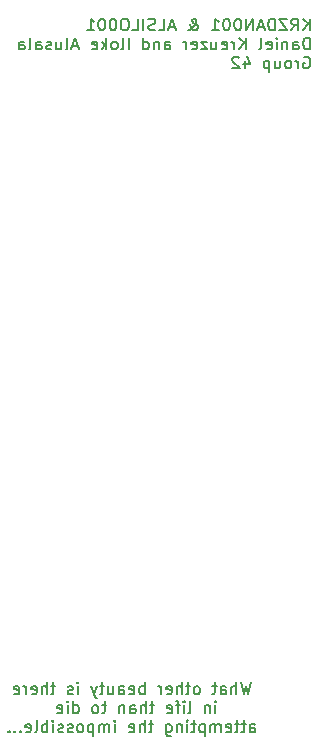
<source format=gbr>
%TF.GenerationSoftware,KiCad,Pcbnew,9.0.0*%
%TF.CreationDate,2025-05-16T05:55:15+02:00*%
%TF.ProjectId,EEE3088F Micromouse Design,45454533-3038-4384-9620-4d6963726f6d,rev?*%
%TF.SameCoordinates,Original*%
%TF.FileFunction,Legend,Bot*%
%TF.FilePolarity,Positive*%
%FSLAX46Y46*%
G04 Gerber Fmt 4.6, Leading zero omitted, Abs format (unit mm)*
G04 Created by KiCad (PCBNEW 9.0.0) date 2025-05-16 05:55:15*
%MOMM*%
%LPD*%
G01*
G04 APERTURE LIST*
G04 Aperture macros list*
%AMRoundRect*
0 Rectangle with rounded corners*
0 $1 Rounding radius*
0 $2 $3 $4 $5 $6 $7 $8 $9 X,Y pos of 4 corners*
0 Add a 4 corners polygon primitive as box body*
4,1,4,$2,$3,$4,$5,$6,$7,$8,$9,$2,$3,0*
0 Add four circle primitives for the rounded corners*
1,1,$1+$1,$2,$3*
1,1,$1+$1,$4,$5*
1,1,$1+$1,$6,$7*
1,1,$1+$1,$8,$9*
0 Add four rect primitives between the rounded corners*
20,1,$1+$1,$2,$3,$4,$5,0*
20,1,$1+$1,$4,$5,$6,$7,0*
20,1,$1+$1,$6,$7,$8,$9,0*
20,1,$1+$1,$8,$9,$2,$3,0*%
G04 Aperture macros list end*
%ADD10C,0.150000*%
%ADD11RoundRect,0.250000X-0.625000X0.350000X-0.625000X-0.350000X0.625000X-0.350000X0.625000X0.350000X0*%
%ADD12O,1.750000X1.200000*%
%ADD13R,2.000000X3.000000*%
%ADD14R,1.700000X1.700000*%
%ADD15O,1.700000X1.700000*%
%ADD16C,0.600000*%
%ADD17O,0.900000X2.000000*%
%ADD18O,0.900000X1.700000*%
G04 APERTURE END LIST*
D10*
X102077476Y-130323931D02*
X101839381Y-131323931D01*
X101839381Y-131323931D02*
X101648905Y-130609645D01*
X101648905Y-130609645D02*
X101458429Y-131323931D01*
X101458429Y-131323931D02*
X101220334Y-130323931D01*
X100839381Y-131323931D02*
X100839381Y-130323931D01*
X100410810Y-131323931D02*
X100410810Y-130800121D01*
X100410810Y-130800121D02*
X100458429Y-130704883D01*
X100458429Y-130704883D02*
X100553667Y-130657264D01*
X100553667Y-130657264D02*
X100696524Y-130657264D01*
X100696524Y-130657264D02*
X100791762Y-130704883D01*
X100791762Y-130704883D02*
X100839381Y-130752502D01*
X99506048Y-131323931D02*
X99506048Y-130800121D01*
X99506048Y-130800121D02*
X99553667Y-130704883D01*
X99553667Y-130704883D02*
X99648905Y-130657264D01*
X99648905Y-130657264D02*
X99839381Y-130657264D01*
X99839381Y-130657264D02*
X99934619Y-130704883D01*
X99506048Y-131276312D02*
X99601286Y-131323931D01*
X99601286Y-131323931D02*
X99839381Y-131323931D01*
X99839381Y-131323931D02*
X99934619Y-131276312D01*
X99934619Y-131276312D02*
X99982238Y-131181073D01*
X99982238Y-131181073D02*
X99982238Y-131085835D01*
X99982238Y-131085835D02*
X99934619Y-130990597D01*
X99934619Y-130990597D02*
X99839381Y-130942978D01*
X99839381Y-130942978D02*
X99601286Y-130942978D01*
X99601286Y-130942978D02*
X99506048Y-130895359D01*
X99172714Y-130657264D02*
X98791762Y-130657264D01*
X99029857Y-130323931D02*
X99029857Y-131181073D01*
X99029857Y-131181073D02*
X98982238Y-131276312D01*
X98982238Y-131276312D02*
X98887000Y-131323931D01*
X98887000Y-131323931D02*
X98791762Y-131323931D01*
X97553666Y-131323931D02*
X97648904Y-131276312D01*
X97648904Y-131276312D02*
X97696523Y-131228692D01*
X97696523Y-131228692D02*
X97744142Y-131133454D01*
X97744142Y-131133454D02*
X97744142Y-130847740D01*
X97744142Y-130847740D02*
X97696523Y-130752502D01*
X97696523Y-130752502D02*
X97648904Y-130704883D01*
X97648904Y-130704883D02*
X97553666Y-130657264D01*
X97553666Y-130657264D02*
X97410809Y-130657264D01*
X97410809Y-130657264D02*
X97315571Y-130704883D01*
X97315571Y-130704883D02*
X97267952Y-130752502D01*
X97267952Y-130752502D02*
X97220333Y-130847740D01*
X97220333Y-130847740D02*
X97220333Y-131133454D01*
X97220333Y-131133454D02*
X97267952Y-131228692D01*
X97267952Y-131228692D02*
X97315571Y-131276312D01*
X97315571Y-131276312D02*
X97410809Y-131323931D01*
X97410809Y-131323931D02*
X97553666Y-131323931D01*
X96934618Y-130657264D02*
X96553666Y-130657264D01*
X96791761Y-130323931D02*
X96791761Y-131181073D01*
X96791761Y-131181073D02*
X96744142Y-131276312D01*
X96744142Y-131276312D02*
X96648904Y-131323931D01*
X96648904Y-131323931D02*
X96553666Y-131323931D01*
X96220332Y-131323931D02*
X96220332Y-130323931D01*
X95791761Y-131323931D02*
X95791761Y-130800121D01*
X95791761Y-130800121D02*
X95839380Y-130704883D01*
X95839380Y-130704883D02*
X95934618Y-130657264D01*
X95934618Y-130657264D02*
X96077475Y-130657264D01*
X96077475Y-130657264D02*
X96172713Y-130704883D01*
X96172713Y-130704883D02*
X96220332Y-130752502D01*
X94934618Y-131276312D02*
X95029856Y-131323931D01*
X95029856Y-131323931D02*
X95220332Y-131323931D01*
X95220332Y-131323931D02*
X95315570Y-131276312D01*
X95315570Y-131276312D02*
X95363189Y-131181073D01*
X95363189Y-131181073D02*
X95363189Y-130800121D01*
X95363189Y-130800121D02*
X95315570Y-130704883D01*
X95315570Y-130704883D02*
X95220332Y-130657264D01*
X95220332Y-130657264D02*
X95029856Y-130657264D01*
X95029856Y-130657264D02*
X94934618Y-130704883D01*
X94934618Y-130704883D02*
X94886999Y-130800121D01*
X94886999Y-130800121D02*
X94886999Y-130895359D01*
X94886999Y-130895359D02*
X95363189Y-130990597D01*
X94458427Y-131323931D02*
X94458427Y-130657264D01*
X94458427Y-130847740D02*
X94410808Y-130752502D01*
X94410808Y-130752502D02*
X94363189Y-130704883D01*
X94363189Y-130704883D02*
X94267951Y-130657264D01*
X94267951Y-130657264D02*
X94172713Y-130657264D01*
X93077474Y-131323931D02*
X93077474Y-130323931D01*
X93077474Y-130704883D02*
X92982236Y-130657264D01*
X92982236Y-130657264D02*
X92791760Y-130657264D01*
X92791760Y-130657264D02*
X92696522Y-130704883D01*
X92696522Y-130704883D02*
X92648903Y-130752502D01*
X92648903Y-130752502D02*
X92601284Y-130847740D01*
X92601284Y-130847740D02*
X92601284Y-131133454D01*
X92601284Y-131133454D02*
X92648903Y-131228692D01*
X92648903Y-131228692D02*
X92696522Y-131276312D01*
X92696522Y-131276312D02*
X92791760Y-131323931D01*
X92791760Y-131323931D02*
X92982236Y-131323931D01*
X92982236Y-131323931D02*
X93077474Y-131276312D01*
X91791760Y-131276312D02*
X91886998Y-131323931D01*
X91886998Y-131323931D02*
X92077474Y-131323931D01*
X92077474Y-131323931D02*
X92172712Y-131276312D01*
X92172712Y-131276312D02*
X92220331Y-131181073D01*
X92220331Y-131181073D02*
X92220331Y-130800121D01*
X92220331Y-130800121D02*
X92172712Y-130704883D01*
X92172712Y-130704883D02*
X92077474Y-130657264D01*
X92077474Y-130657264D02*
X91886998Y-130657264D01*
X91886998Y-130657264D02*
X91791760Y-130704883D01*
X91791760Y-130704883D02*
X91744141Y-130800121D01*
X91744141Y-130800121D02*
X91744141Y-130895359D01*
X91744141Y-130895359D02*
X92220331Y-130990597D01*
X90886998Y-131323931D02*
X90886998Y-130800121D01*
X90886998Y-130800121D02*
X90934617Y-130704883D01*
X90934617Y-130704883D02*
X91029855Y-130657264D01*
X91029855Y-130657264D02*
X91220331Y-130657264D01*
X91220331Y-130657264D02*
X91315569Y-130704883D01*
X90886998Y-131276312D02*
X90982236Y-131323931D01*
X90982236Y-131323931D02*
X91220331Y-131323931D01*
X91220331Y-131323931D02*
X91315569Y-131276312D01*
X91315569Y-131276312D02*
X91363188Y-131181073D01*
X91363188Y-131181073D02*
X91363188Y-131085835D01*
X91363188Y-131085835D02*
X91315569Y-130990597D01*
X91315569Y-130990597D02*
X91220331Y-130942978D01*
X91220331Y-130942978D02*
X90982236Y-130942978D01*
X90982236Y-130942978D02*
X90886998Y-130895359D01*
X89982236Y-130657264D02*
X89982236Y-131323931D01*
X90410807Y-130657264D02*
X90410807Y-131181073D01*
X90410807Y-131181073D02*
X90363188Y-131276312D01*
X90363188Y-131276312D02*
X90267950Y-131323931D01*
X90267950Y-131323931D02*
X90125093Y-131323931D01*
X90125093Y-131323931D02*
X90029855Y-131276312D01*
X90029855Y-131276312D02*
X89982236Y-131228692D01*
X89648902Y-130657264D02*
X89267950Y-130657264D01*
X89506045Y-130323931D02*
X89506045Y-131181073D01*
X89506045Y-131181073D02*
X89458426Y-131276312D01*
X89458426Y-131276312D02*
X89363188Y-131323931D01*
X89363188Y-131323931D02*
X89267950Y-131323931D01*
X89029854Y-130657264D02*
X88791759Y-131323931D01*
X88553664Y-130657264D02*
X88791759Y-131323931D01*
X88791759Y-131323931D02*
X88886997Y-131562026D01*
X88886997Y-131562026D02*
X88934616Y-131609645D01*
X88934616Y-131609645D02*
X89029854Y-131657264D01*
X87410806Y-131323931D02*
X87410806Y-130657264D01*
X87410806Y-130323931D02*
X87458425Y-130371550D01*
X87458425Y-130371550D02*
X87410806Y-130419169D01*
X87410806Y-130419169D02*
X87363187Y-130371550D01*
X87363187Y-130371550D02*
X87410806Y-130323931D01*
X87410806Y-130323931D02*
X87410806Y-130419169D01*
X86982235Y-131276312D02*
X86886997Y-131323931D01*
X86886997Y-131323931D02*
X86696521Y-131323931D01*
X86696521Y-131323931D02*
X86601283Y-131276312D01*
X86601283Y-131276312D02*
X86553664Y-131181073D01*
X86553664Y-131181073D02*
X86553664Y-131133454D01*
X86553664Y-131133454D02*
X86601283Y-131038216D01*
X86601283Y-131038216D02*
X86696521Y-130990597D01*
X86696521Y-130990597D02*
X86839378Y-130990597D01*
X86839378Y-130990597D02*
X86934616Y-130942978D01*
X86934616Y-130942978D02*
X86982235Y-130847740D01*
X86982235Y-130847740D02*
X86982235Y-130800121D01*
X86982235Y-130800121D02*
X86934616Y-130704883D01*
X86934616Y-130704883D02*
X86839378Y-130657264D01*
X86839378Y-130657264D02*
X86696521Y-130657264D01*
X86696521Y-130657264D02*
X86601283Y-130704883D01*
X85506044Y-130657264D02*
X85125092Y-130657264D01*
X85363187Y-130323931D02*
X85363187Y-131181073D01*
X85363187Y-131181073D02*
X85315568Y-131276312D01*
X85315568Y-131276312D02*
X85220330Y-131323931D01*
X85220330Y-131323931D02*
X85125092Y-131323931D01*
X84791758Y-131323931D02*
X84791758Y-130323931D01*
X84363187Y-131323931D02*
X84363187Y-130800121D01*
X84363187Y-130800121D02*
X84410806Y-130704883D01*
X84410806Y-130704883D02*
X84506044Y-130657264D01*
X84506044Y-130657264D02*
X84648901Y-130657264D01*
X84648901Y-130657264D02*
X84744139Y-130704883D01*
X84744139Y-130704883D02*
X84791758Y-130752502D01*
X83506044Y-131276312D02*
X83601282Y-131323931D01*
X83601282Y-131323931D02*
X83791758Y-131323931D01*
X83791758Y-131323931D02*
X83886996Y-131276312D01*
X83886996Y-131276312D02*
X83934615Y-131181073D01*
X83934615Y-131181073D02*
X83934615Y-130800121D01*
X83934615Y-130800121D02*
X83886996Y-130704883D01*
X83886996Y-130704883D02*
X83791758Y-130657264D01*
X83791758Y-130657264D02*
X83601282Y-130657264D01*
X83601282Y-130657264D02*
X83506044Y-130704883D01*
X83506044Y-130704883D02*
X83458425Y-130800121D01*
X83458425Y-130800121D02*
X83458425Y-130895359D01*
X83458425Y-130895359D02*
X83934615Y-130990597D01*
X83029853Y-131323931D02*
X83029853Y-130657264D01*
X83029853Y-130847740D02*
X82982234Y-130752502D01*
X82982234Y-130752502D02*
X82934615Y-130704883D01*
X82934615Y-130704883D02*
X82839377Y-130657264D01*
X82839377Y-130657264D02*
X82744139Y-130657264D01*
X82029853Y-131276312D02*
X82125091Y-131323931D01*
X82125091Y-131323931D02*
X82315567Y-131323931D01*
X82315567Y-131323931D02*
X82410805Y-131276312D01*
X82410805Y-131276312D02*
X82458424Y-131181073D01*
X82458424Y-131181073D02*
X82458424Y-130800121D01*
X82458424Y-130800121D02*
X82410805Y-130704883D01*
X82410805Y-130704883D02*
X82315567Y-130657264D01*
X82315567Y-130657264D02*
X82125091Y-130657264D01*
X82125091Y-130657264D02*
X82029853Y-130704883D01*
X82029853Y-130704883D02*
X81982234Y-130800121D01*
X81982234Y-130800121D02*
X81982234Y-130895359D01*
X81982234Y-130895359D02*
X82458424Y-130990597D01*
X99077475Y-132933875D02*
X99077475Y-132267208D01*
X99077475Y-131933875D02*
X99125094Y-131981494D01*
X99125094Y-131981494D02*
X99077475Y-132029113D01*
X99077475Y-132029113D02*
X99029856Y-131981494D01*
X99029856Y-131981494D02*
X99077475Y-131933875D01*
X99077475Y-131933875D02*
X99077475Y-132029113D01*
X98601285Y-132267208D02*
X98601285Y-132933875D01*
X98601285Y-132362446D02*
X98553666Y-132314827D01*
X98553666Y-132314827D02*
X98458428Y-132267208D01*
X98458428Y-132267208D02*
X98315571Y-132267208D01*
X98315571Y-132267208D02*
X98220333Y-132314827D01*
X98220333Y-132314827D02*
X98172714Y-132410065D01*
X98172714Y-132410065D02*
X98172714Y-132933875D01*
X96791761Y-132933875D02*
X96886999Y-132886256D01*
X96886999Y-132886256D02*
X96934618Y-132791017D01*
X96934618Y-132791017D02*
X96934618Y-131933875D01*
X96410808Y-132933875D02*
X96410808Y-132267208D01*
X96410808Y-131933875D02*
X96458427Y-131981494D01*
X96458427Y-131981494D02*
X96410808Y-132029113D01*
X96410808Y-132029113D02*
X96363189Y-131981494D01*
X96363189Y-131981494D02*
X96410808Y-131933875D01*
X96410808Y-131933875D02*
X96410808Y-132029113D01*
X96077475Y-132267208D02*
X95696523Y-132267208D01*
X95934618Y-132933875D02*
X95934618Y-132076732D01*
X95934618Y-132076732D02*
X95886999Y-131981494D01*
X95886999Y-131981494D02*
X95791761Y-131933875D01*
X95791761Y-131933875D02*
X95696523Y-131933875D01*
X94982237Y-132886256D02*
X95077475Y-132933875D01*
X95077475Y-132933875D02*
X95267951Y-132933875D01*
X95267951Y-132933875D02*
X95363189Y-132886256D01*
X95363189Y-132886256D02*
X95410808Y-132791017D01*
X95410808Y-132791017D02*
X95410808Y-132410065D01*
X95410808Y-132410065D02*
X95363189Y-132314827D01*
X95363189Y-132314827D02*
X95267951Y-132267208D01*
X95267951Y-132267208D02*
X95077475Y-132267208D01*
X95077475Y-132267208D02*
X94982237Y-132314827D01*
X94982237Y-132314827D02*
X94934618Y-132410065D01*
X94934618Y-132410065D02*
X94934618Y-132505303D01*
X94934618Y-132505303D02*
X95410808Y-132600541D01*
X93886998Y-132267208D02*
X93506046Y-132267208D01*
X93744141Y-131933875D02*
X93744141Y-132791017D01*
X93744141Y-132791017D02*
X93696522Y-132886256D01*
X93696522Y-132886256D02*
X93601284Y-132933875D01*
X93601284Y-132933875D02*
X93506046Y-132933875D01*
X93172712Y-132933875D02*
X93172712Y-131933875D01*
X92744141Y-132933875D02*
X92744141Y-132410065D01*
X92744141Y-132410065D02*
X92791760Y-132314827D01*
X92791760Y-132314827D02*
X92886998Y-132267208D01*
X92886998Y-132267208D02*
X93029855Y-132267208D01*
X93029855Y-132267208D02*
X93125093Y-132314827D01*
X93125093Y-132314827D02*
X93172712Y-132362446D01*
X91839379Y-132933875D02*
X91839379Y-132410065D01*
X91839379Y-132410065D02*
X91886998Y-132314827D01*
X91886998Y-132314827D02*
X91982236Y-132267208D01*
X91982236Y-132267208D02*
X92172712Y-132267208D01*
X92172712Y-132267208D02*
X92267950Y-132314827D01*
X91839379Y-132886256D02*
X91934617Y-132933875D01*
X91934617Y-132933875D02*
X92172712Y-132933875D01*
X92172712Y-132933875D02*
X92267950Y-132886256D01*
X92267950Y-132886256D02*
X92315569Y-132791017D01*
X92315569Y-132791017D02*
X92315569Y-132695779D01*
X92315569Y-132695779D02*
X92267950Y-132600541D01*
X92267950Y-132600541D02*
X92172712Y-132552922D01*
X92172712Y-132552922D02*
X91934617Y-132552922D01*
X91934617Y-132552922D02*
X91839379Y-132505303D01*
X91363188Y-132267208D02*
X91363188Y-132933875D01*
X91363188Y-132362446D02*
X91315569Y-132314827D01*
X91315569Y-132314827D02*
X91220331Y-132267208D01*
X91220331Y-132267208D02*
X91077474Y-132267208D01*
X91077474Y-132267208D02*
X90982236Y-132314827D01*
X90982236Y-132314827D02*
X90934617Y-132410065D01*
X90934617Y-132410065D02*
X90934617Y-132933875D01*
X89839378Y-132267208D02*
X89458426Y-132267208D01*
X89696521Y-131933875D02*
X89696521Y-132791017D01*
X89696521Y-132791017D02*
X89648902Y-132886256D01*
X89648902Y-132886256D02*
X89553664Y-132933875D01*
X89553664Y-132933875D02*
X89458426Y-132933875D01*
X88982235Y-132933875D02*
X89077473Y-132886256D01*
X89077473Y-132886256D02*
X89125092Y-132838636D01*
X89125092Y-132838636D02*
X89172711Y-132743398D01*
X89172711Y-132743398D02*
X89172711Y-132457684D01*
X89172711Y-132457684D02*
X89125092Y-132362446D01*
X89125092Y-132362446D02*
X89077473Y-132314827D01*
X89077473Y-132314827D02*
X88982235Y-132267208D01*
X88982235Y-132267208D02*
X88839378Y-132267208D01*
X88839378Y-132267208D02*
X88744140Y-132314827D01*
X88744140Y-132314827D02*
X88696521Y-132362446D01*
X88696521Y-132362446D02*
X88648902Y-132457684D01*
X88648902Y-132457684D02*
X88648902Y-132743398D01*
X88648902Y-132743398D02*
X88696521Y-132838636D01*
X88696521Y-132838636D02*
X88744140Y-132886256D01*
X88744140Y-132886256D02*
X88839378Y-132933875D01*
X88839378Y-132933875D02*
X88982235Y-132933875D01*
X87029854Y-132933875D02*
X87029854Y-131933875D01*
X87029854Y-132886256D02*
X87125092Y-132933875D01*
X87125092Y-132933875D02*
X87315568Y-132933875D01*
X87315568Y-132933875D02*
X87410806Y-132886256D01*
X87410806Y-132886256D02*
X87458425Y-132838636D01*
X87458425Y-132838636D02*
X87506044Y-132743398D01*
X87506044Y-132743398D02*
X87506044Y-132457684D01*
X87506044Y-132457684D02*
X87458425Y-132362446D01*
X87458425Y-132362446D02*
X87410806Y-132314827D01*
X87410806Y-132314827D02*
X87315568Y-132267208D01*
X87315568Y-132267208D02*
X87125092Y-132267208D01*
X87125092Y-132267208D02*
X87029854Y-132314827D01*
X86553663Y-132933875D02*
X86553663Y-132267208D01*
X86553663Y-131933875D02*
X86601282Y-131981494D01*
X86601282Y-131981494D02*
X86553663Y-132029113D01*
X86553663Y-132029113D02*
X86506044Y-131981494D01*
X86506044Y-131981494D02*
X86553663Y-131933875D01*
X86553663Y-131933875D02*
X86553663Y-132029113D01*
X85696521Y-132886256D02*
X85791759Y-132933875D01*
X85791759Y-132933875D02*
X85982235Y-132933875D01*
X85982235Y-132933875D02*
X86077473Y-132886256D01*
X86077473Y-132886256D02*
X86125092Y-132791017D01*
X86125092Y-132791017D02*
X86125092Y-132410065D01*
X86125092Y-132410065D02*
X86077473Y-132314827D01*
X86077473Y-132314827D02*
X85982235Y-132267208D01*
X85982235Y-132267208D02*
X85791759Y-132267208D01*
X85791759Y-132267208D02*
X85696521Y-132314827D01*
X85696521Y-132314827D02*
X85648902Y-132410065D01*
X85648902Y-132410065D02*
X85648902Y-132505303D01*
X85648902Y-132505303D02*
X86125092Y-132600541D01*
X101982236Y-134543819D02*
X101982236Y-134020009D01*
X101982236Y-134020009D02*
X102029855Y-133924771D01*
X102029855Y-133924771D02*
X102125093Y-133877152D01*
X102125093Y-133877152D02*
X102315569Y-133877152D01*
X102315569Y-133877152D02*
X102410807Y-133924771D01*
X101982236Y-134496200D02*
X102077474Y-134543819D01*
X102077474Y-134543819D02*
X102315569Y-134543819D01*
X102315569Y-134543819D02*
X102410807Y-134496200D01*
X102410807Y-134496200D02*
X102458426Y-134400961D01*
X102458426Y-134400961D02*
X102458426Y-134305723D01*
X102458426Y-134305723D02*
X102410807Y-134210485D01*
X102410807Y-134210485D02*
X102315569Y-134162866D01*
X102315569Y-134162866D02*
X102077474Y-134162866D01*
X102077474Y-134162866D02*
X101982236Y-134115247D01*
X101648902Y-133877152D02*
X101267950Y-133877152D01*
X101506045Y-133543819D02*
X101506045Y-134400961D01*
X101506045Y-134400961D02*
X101458426Y-134496200D01*
X101458426Y-134496200D02*
X101363188Y-134543819D01*
X101363188Y-134543819D02*
X101267950Y-134543819D01*
X101077473Y-133877152D02*
X100696521Y-133877152D01*
X100934616Y-133543819D02*
X100934616Y-134400961D01*
X100934616Y-134400961D02*
X100886997Y-134496200D01*
X100886997Y-134496200D02*
X100791759Y-134543819D01*
X100791759Y-134543819D02*
X100696521Y-134543819D01*
X99982235Y-134496200D02*
X100077473Y-134543819D01*
X100077473Y-134543819D02*
X100267949Y-134543819D01*
X100267949Y-134543819D02*
X100363187Y-134496200D01*
X100363187Y-134496200D02*
X100410806Y-134400961D01*
X100410806Y-134400961D02*
X100410806Y-134020009D01*
X100410806Y-134020009D02*
X100363187Y-133924771D01*
X100363187Y-133924771D02*
X100267949Y-133877152D01*
X100267949Y-133877152D02*
X100077473Y-133877152D01*
X100077473Y-133877152D02*
X99982235Y-133924771D01*
X99982235Y-133924771D02*
X99934616Y-134020009D01*
X99934616Y-134020009D02*
X99934616Y-134115247D01*
X99934616Y-134115247D02*
X100410806Y-134210485D01*
X99506044Y-134543819D02*
X99506044Y-133877152D01*
X99506044Y-133972390D02*
X99458425Y-133924771D01*
X99458425Y-133924771D02*
X99363187Y-133877152D01*
X99363187Y-133877152D02*
X99220330Y-133877152D01*
X99220330Y-133877152D02*
X99125092Y-133924771D01*
X99125092Y-133924771D02*
X99077473Y-134020009D01*
X99077473Y-134020009D02*
X99077473Y-134543819D01*
X99077473Y-134020009D02*
X99029854Y-133924771D01*
X99029854Y-133924771D02*
X98934616Y-133877152D01*
X98934616Y-133877152D02*
X98791759Y-133877152D01*
X98791759Y-133877152D02*
X98696520Y-133924771D01*
X98696520Y-133924771D02*
X98648901Y-134020009D01*
X98648901Y-134020009D02*
X98648901Y-134543819D01*
X98172711Y-133877152D02*
X98172711Y-134877152D01*
X98172711Y-133924771D02*
X98077473Y-133877152D01*
X98077473Y-133877152D02*
X97886997Y-133877152D01*
X97886997Y-133877152D02*
X97791759Y-133924771D01*
X97791759Y-133924771D02*
X97744140Y-133972390D01*
X97744140Y-133972390D02*
X97696521Y-134067628D01*
X97696521Y-134067628D02*
X97696521Y-134353342D01*
X97696521Y-134353342D02*
X97744140Y-134448580D01*
X97744140Y-134448580D02*
X97791759Y-134496200D01*
X97791759Y-134496200D02*
X97886997Y-134543819D01*
X97886997Y-134543819D02*
X98077473Y-134543819D01*
X98077473Y-134543819D02*
X98172711Y-134496200D01*
X97410806Y-133877152D02*
X97029854Y-133877152D01*
X97267949Y-133543819D02*
X97267949Y-134400961D01*
X97267949Y-134400961D02*
X97220330Y-134496200D01*
X97220330Y-134496200D02*
X97125092Y-134543819D01*
X97125092Y-134543819D02*
X97029854Y-134543819D01*
X96696520Y-134543819D02*
X96696520Y-133877152D01*
X96696520Y-133543819D02*
X96744139Y-133591438D01*
X96744139Y-133591438D02*
X96696520Y-133639057D01*
X96696520Y-133639057D02*
X96648901Y-133591438D01*
X96648901Y-133591438D02*
X96696520Y-133543819D01*
X96696520Y-133543819D02*
X96696520Y-133639057D01*
X96220330Y-133877152D02*
X96220330Y-134543819D01*
X96220330Y-133972390D02*
X96172711Y-133924771D01*
X96172711Y-133924771D02*
X96077473Y-133877152D01*
X96077473Y-133877152D02*
X95934616Y-133877152D01*
X95934616Y-133877152D02*
X95839378Y-133924771D01*
X95839378Y-133924771D02*
X95791759Y-134020009D01*
X95791759Y-134020009D02*
X95791759Y-134543819D01*
X94886997Y-133877152D02*
X94886997Y-134686676D01*
X94886997Y-134686676D02*
X94934616Y-134781914D01*
X94934616Y-134781914D02*
X94982235Y-134829533D01*
X94982235Y-134829533D02*
X95077473Y-134877152D01*
X95077473Y-134877152D02*
X95220330Y-134877152D01*
X95220330Y-134877152D02*
X95315568Y-134829533D01*
X94886997Y-134496200D02*
X94982235Y-134543819D01*
X94982235Y-134543819D02*
X95172711Y-134543819D01*
X95172711Y-134543819D02*
X95267949Y-134496200D01*
X95267949Y-134496200D02*
X95315568Y-134448580D01*
X95315568Y-134448580D02*
X95363187Y-134353342D01*
X95363187Y-134353342D02*
X95363187Y-134067628D01*
X95363187Y-134067628D02*
X95315568Y-133972390D01*
X95315568Y-133972390D02*
X95267949Y-133924771D01*
X95267949Y-133924771D02*
X95172711Y-133877152D01*
X95172711Y-133877152D02*
X94982235Y-133877152D01*
X94982235Y-133877152D02*
X94886997Y-133924771D01*
X93791758Y-133877152D02*
X93410806Y-133877152D01*
X93648901Y-133543819D02*
X93648901Y-134400961D01*
X93648901Y-134400961D02*
X93601282Y-134496200D01*
X93601282Y-134496200D02*
X93506044Y-134543819D01*
X93506044Y-134543819D02*
X93410806Y-134543819D01*
X93077472Y-134543819D02*
X93077472Y-133543819D01*
X92648901Y-134543819D02*
X92648901Y-134020009D01*
X92648901Y-134020009D02*
X92696520Y-133924771D01*
X92696520Y-133924771D02*
X92791758Y-133877152D01*
X92791758Y-133877152D02*
X92934615Y-133877152D01*
X92934615Y-133877152D02*
X93029853Y-133924771D01*
X93029853Y-133924771D02*
X93077472Y-133972390D01*
X91791758Y-134496200D02*
X91886996Y-134543819D01*
X91886996Y-134543819D02*
X92077472Y-134543819D01*
X92077472Y-134543819D02*
X92172710Y-134496200D01*
X92172710Y-134496200D02*
X92220329Y-134400961D01*
X92220329Y-134400961D02*
X92220329Y-134020009D01*
X92220329Y-134020009D02*
X92172710Y-133924771D01*
X92172710Y-133924771D02*
X92077472Y-133877152D01*
X92077472Y-133877152D02*
X91886996Y-133877152D01*
X91886996Y-133877152D02*
X91791758Y-133924771D01*
X91791758Y-133924771D02*
X91744139Y-134020009D01*
X91744139Y-134020009D02*
X91744139Y-134115247D01*
X91744139Y-134115247D02*
X92220329Y-134210485D01*
X90553662Y-134543819D02*
X90553662Y-133877152D01*
X90553662Y-133543819D02*
X90601281Y-133591438D01*
X90601281Y-133591438D02*
X90553662Y-133639057D01*
X90553662Y-133639057D02*
X90506043Y-133591438D01*
X90506043Y-133591438D02*
X90553662Y-133543819D01*
X90553662Y-133543819D02*
X90553662Y-133639057D01*
X90077472Y-134543819D02*
X90077472Y-133877152D01*
X90077472Y-133972390D02*
X90029853Y-133924771D01*
X90029853Y-133924771D02*
X89934615Y-133877152D01*
X89934615Y-133877152D02*
X89791758Y-133877152D01*
X89791758Y-133877152D02*
X89696520Y-133924771D01*
X89696520Y-133924771D02*
X89648901Y-134020009D01*
X89648901Y-134020009D02*
X89648901Y-134543819D01*
X89648901Y-134020009D02*
X89601282Y-133924771D01*
X89601282Y-133924771D02*
X89506044Y-133877152D01*
X89506044Y-133877152D02*
X89363187Y-133877152D01*
X89363187Y-133877152D02*
X89267948Y-133924771D01*
X89267948Y-133924771D02*
X89220329Y-134020009D01*
X89220329Y-134020009D02*
X89220329Y-134543819D01*
X88744139Y-133877152D02*
X88744139Y-134877152D01*
X88744139Y-133924771D02*
X88648901Y-133877152D01*
X88648901Y-133877152D02*
X88458425Y-133877152D01*
X88458425Y-133877152D02*
X88363187Y-133924771D01*
X88363187Y-133924771D02*
X88315568Y-133972390D01*
X88315568Y-133972390D02*
X88267949Y-134067628D01*
X88267949Y-134067628D02*
X88267949Y-134353342D01*
X88267949Y-134353342D02*
X88315568Y-134448580D01*
X88315568Y-134448580D02*
X88363187Y-134496200D01*
X88363187Y-134496200D02*
X88458425Y-134543819D01*
X88458425Y-134543819D02*
X88648901Y-134543819D01*
X88648901Y-134543819D02*
X88744139Y-134496200D01*
X87696520Y-134543819D02*
X87791758Y-134496200D01*
X87791758Y-134496200D02*
X87839377Y-134448580D01*
X87839377Y-134448580D02*
X87886996Y-134353342D01*
X87886996Y-134353342D02*
X87886996Y-134067628D01*
X87886996Y-134067628D02*
X87839377Y-133972390D01*
X87839377Y-133972390D02*
X87791758Y-133924771D01*
X87791758Y-133924771D02*
X87696520Y-133877152D01*
X87696520Y-133877152D02*
X87553663Y-133877152D01*
X87553663Y-133877152D02*
X87458425Y-133924771D01*
X87458425Y-133924771D02*
X87410806Y-133972390D01*
X87410806Y-133972390D02*
X87363187Y-134067628D01*
X87363187Y-134067628D02*
X87363187Y-134353342D01*
X87363187Y-134353342D02*
X87410806Y-134448580D01*
X87410806Y-134448580D02*
X87458425Y-134496200D01*
X87458425Y-134496200D02*
X87553663Y-134543819D01*
X87553663Y-134543819D02*
X87696520Y-134543819D01*
X86982234Y-134496200D02*
X86886996Y-134543819D01*
X86886996Y-134543819D02*
X86696520Y-134543819D01*
X86696520Y-134543819D02*
X86601282Y-134496200D01*
X86601282Y-134496200D02*
X86553663Y-134400961D01*
X86553663Y-134400961D02*
X86553663Y-134353342D01*
X86553663Y-134353342D02*
X86601282Y-134258104D01*
X86601282Y-134258104D02*
X86696520Y-134210485D01*
X86696520Y-134210485D02*
X86839377Y-134210485D01*
X86839377Y-134210485D02*
X86934615Y-134162866D01*
X86934615Y-134162866D02*
X86982234Y-134067628D01*
X86982234Y-134067628D02*
X86982234Y-134020009D01*
X86982234Y-134020009D02*
X86934615Y-133924771D01*
X86934615Y-133924771D02*
X86839377Y-133877152D01*
X86839377Y-133877152D02*
X86696520Y-133877152D01*
X86696520Y-133877152D02*
X86601282Y-133924771D01*
X86172710Y-134496200D02*
X86077472Y-134543819D01*
X86077472Y-134543819D02*
X85886996Y-134543819D01*
X85886996Y-134543819D02*
X85791758Y-134496200D01*
X85791758Y-134496200D02*
X85744139Y-134400961D01*
X85744139Y-134400961D02*
X85744139Y-134353342D01*
X85744139Y-134353342D02*
X85791758Y-134258104D01*
X85791758Y-134258104D02*
X85886996Y-134210485D01*
X85886996Y-134210485D02*
X86029853Y-134210485D01*
X86029853Y-134210485D02*
X86125091Y-134162866D01*
X86125091Y-134162866D02*
X86172710Y-134067628D01*
X86172710Y-134067628D02*
X86172710Y-134020009D01*
X86172710Y-134020009D02*
X86125091Y-133924771D01*
X86125091Y-133924771D02*
X86029853Y-133877152D01*
X86029853Y-133877152D02*
X85886996Y-133877152D01*
X85886996Y-133877152D02*
X85791758Y-133924771D01*
X85315567Y-134543819D02*
X85315567Y-133877152D01*
X85315567Y-133543819D02*
X85363186Y-133591438D01*
X85363186Y-133591438D02*
X85315567Y-133639057D01*
X85315567Y-133639057D02*
X85267948Y-133591438D01*
X85267948Y-133591438D02*
X85315567Y-133543819D01*
X85315567Y-133543819D02*
X85315567Y-133639057D01*
X84839377Y-134543819D02*
X84839377Y-133543819D01*
X84839377Y-133924771D02*
X84744139Y-133877152D01*
X84744139Y-133877152D02*
X84553663Y-133877152D01*
X84553663Y-133877152D02*
X84458425Y-133924771D01*
X84458425Y-133924771D02*
X84410806Y-133972390D01*
X84410806Y-133972390D02*
X84363187Y-134067628D01*
X84363187Y-134067628D02*
X84363187Y-134353342D01*
X84363187Y-134353342D02*
X84410806Y-134448580D01*
X84410806Y-134448580D02*
X84458425Y-134496200D01*
X84458425Y-134496200D02*
X84553663Y-134543819D01*
X84553663Y-134543819D02*
X84744139Y-134543819D01*
X84744139Y-134543819D02*
X84839377Y-134496200D01*
X83791758Y-134543819D02*
X83886996Y-134496200D01*
X83886996Y-134496200D02*
X83934615Y-134400961D01*
X83934615Y-134400961D02*
X83934615Y-133543819D01*
X83029853Y-134496200D02*
X83125091Y-134543819D01*
X83125091Y-134543819D02*
X83315567Y-134543819D01*
X83315567Y-134543819D02*
X83410805Y-134496200D01*
X83410805Y-134496200D02*
X83458424Y-134400961D01*
X83458424Y-134400961D02*
X83458424Y-134020009D01*
X83458424Y-134020009D02*
X83410805Y-133924771D01*
X83410805Y-133924771D02*
X83315567Y-133877152D01*
X83315567Y-133877152D02*
X83125091Y-133877152D01*
X83125091Y-133877152D02*
X83029853Y-133924771D01*
X83029853Y-133924771D02*
X82982234Y-134020009D01*
X82982234Y-134020009D02*
X82982234Y-134115247D01*
X82982234Y-134115247D02*
X83458424Y-134210485D01*
X82553662Y-134448580D02*
X82506043Y-134496200D01*
X82506043Y-134496200D02*
X82553662Y-134543819D01*
X82553662Y-134543819D02*
X82601281Y-134496200D01*
X82601281Y-134496200D02*
X82553662Y-134448580D01*
X82553662Y-134448580D02*
X82553662Y-134543819D01*
X82077472Y-134448580D02*
X82029853Y-134496200D01*
X82029853Y-134496200D02*
X82077472Y-134543819D01*
X82077472Y-134543819D02*
X82125091Y-134496200D01*
X82125091Y-134496200D02*
X82077472Y-134448580D01*
X82077472Y-134448580D02*
X82077472Y-134543819D01*
X81601282Y-134448580D02*
X81553663Y-134496200D01*
X81553663Y-134496200D02*
X81601282Y-134543819D01*
X81601282Y-134543819D02*
X81648901Y-134496200D01*
X81648901Y-134496200D02*
X81601282Y-134448580D01*
X81601282Y-134448580D02*
X81601282Y-134543819D01*
X107069266Y-75123973D02*
X107069266Y-74123973D01*
X106497838Y-75123973D02*
X106926409Y-74552544D01*
X106497838Y-74123973D02*
X107069266Y-74695401D01*
X105497838Y-75123973D02*
X105831171Y-74647782D01*
X106069266Y-75123973D02*
X106069266Y-74123973D01*
X106069266Y-74123973D02*
X105688314Y-74123973D01*
X105688314Y-74123973D02*
X105593076Y-74171592D01*
X105593076Y-74171592D02*
X105545457Y-74219211D01*
X105545457Y-74219211D02*
X105497838Y-74314449D01*
X105497838Y-74314449D02*
X105497838Y-74457306D01*
X105497838Y-74457306D02*
X105545457Y-74552544D01*
X105545457Y-74552544D02*
X105593076Y-74600163D01*
X105593076Y-74600163D02*
X105688314Y-74647782D01*
X105688314Y-74647782D02*
X106069266Y-74647782D01*
X105164504Y-74123973D02*
X104497838Y-74123973D01*
X104497838Y-74123973D02*
X105164504Y-75123973D01*
X105164504Y-75123973D02*
X104497838Y-75123973D01*
X104116885Y-75123973D02*
X104116885Y-74123973D01*
X104116885Y-74123973D02*
X103878790Y-74123973D01*
X103878790Y-74123973D02*
X103735933Y-74171592D01*
X103735933Y-74171592D02*
X103640695Y-74266830D01*
X103640695Y-74266830D02*
X103593076Y-74362068D01*
X103593076Y-74362068D02*
X103545457Y-74552544D01*
X103545457Y-74552544D02*
X103545457Y-74695401D01*
X103545457Y-74695401D02*
X103593076Y-74885877D01*
X103593076Y-74885877D02*
X103640695Y-74981115D01*
X103640695Y-74981115D02*
X103735933Y-75076354D01*
X103735933Y-75076354D02*
X103878790Y-75123973D01*
X103878790Y-75123973D02*
X104116885Y-75123973D01*
X103164504Y-74838258D02*
X102688314Y-74838258D01*
X103259742Y-75123973D02*
X102926409Y-74123973D01*
X102926409Y-74123973D02*
X102593076Y-75123973D01*
X102259742Y-75123973D02*
X102259742Y-74123973D01*
X102259742Y-74123973D02*
X101688314Y-75123973D01*
X101688314Y-75123973D02*
X101688314Y-74123973D01*
X101021647Y-74123973D02*
X100926409Y-74123973D01*
X100926409Y-74123973D02*
X100831171Y-74171592D01*
X100831171Y-74171592D02*
X100783552Y-74219211D01*
X100783552Y-74219211D02*
X100735933Y-74314449D01*
X100735933Y-74314449D02*
X100688314Y-74504925D01*
X100688314Y-74504925D02*
X100688314Y-74743020D01*
X100688314Y-74743020D02*
X100735933Y-74933496D01*
X100735933Y-74933496D02*
X100783552Y-75028734D01*
X100783552Y-75028734D02*
X100831171Y-75076354D01*
X100831171Y-75076354D02*
X100926409Y-75123973D01*
X100926409Y-75123973D02*
X101021647Y-75123973D01*
X101021647Y-75123973D02*
X101116885Y-75076354D01*
X101116885Y-75076354D02*
X101164504Y-75028734D01*
X101164504Y-75028734D02*
X101212123Y-74933496D01*
X101212123Y-74933496D02*
X101259742Y-74743020D01*
X101259742Y-74743020D02*
X101259742Y-74504925D01*
X101259742Y-74504925D02*
X101212123Y-74314449D01*
X101212123Y-74314449D02*
X101164504Y-74219211D01*
X101164504Y-74219211D02*
X101116885Y-74171592D01*
X101116885Y-74171592D02*
X101021647Y-74123973D01*
X100069266Y-74123973D02*
X99974028Y-74123973D01*
X99974028Y-74123973D02*
X99878790Y-74171592D01*
X99878790Y-74171592D02*
X99831171Y-74219211D01*
X99831171Y-74219211D02*
X99783552Y-74314449D01*
X99783552Y-74314449D02*
X99735933Y-74504925D01*
X99735933Y-74504925D02*
X99735933Y-74743020D01*
X99735933Y-74743020D02*
X99783552Y-74933496D01*
X99783552Y-74933496D02*
X99831171Y-75028734D01*
X99831171Y-75028734D02*
X99878790Y-75076354D01*
X99878790Y-75076354D02*
X99974028Y-75123973D01*
X99974028Y-75123973D02*
X100069266Y-75123973D01*
X100069266Y-75123973D02*
X100164504Y-75076354D01*
X100164504Y-75076354D02*
X100212123Y-75028734D01*
X100212123Y-75028734D02*
X100259742Y-74933496D01*
X100259742Y-74933496D02*
X100307361Y-74743020D01*
X100307361Y-74743020D02*
X100307361Y-74504925D01*
X100307361Y-74504925D02*
X100259742Y-74314449D01*
X100259742Y-74314449D02*
X100212123Y-74219211D01*
X100212123Y-74219211D02*
X100164504Y-74171592D01*
X100164504Y-74171592D02*
X100069266Y-74123973D01*
X98783552Y-75123973D02*
X99354980Y-75123973D01*
X99069266Y-75123973D02*
X99069266Y-74123973D01*
X99069266Y-74123973D02*
X99164504Y-74266830D01*
X99164504Y-74266830D02*
X99259742Y-74362068D01*
X99259742Y-74362068D02*
X99354980Y-74409687D01*
X96783551Y-75123973D02*
X96831171Y-75123973D01*
X96831171Y-75123973D02*
X96926409Y-75076354D01*
X96926409Y-75076354D02*
X97069266Y-74933496D01*
X97069266Y-74933496D02*
X97307361Y-74647782D01*
X97307361Y-74647782D02*
X97402599Y-74504925D01*
X97402599Y-74504925D02*
X97450218Y-74362068D01*
X97450218Y-74362068D02*
X97450218Y-74266830D01*
X97450218Y-74266830D02*
X97402599Y-74171592D01*
X97402599Y-74171592D02*
X97307361Y-74123973D01*
X97307361Y-74123973D02*
X97259742Y-74123973D01*
X97259742Y-74123973D02*
X97164504Y-74171592D01*
X97164504Y-74171592D02*
X97116885Y-74266830D01*
X97116885Y-74266830D02*
X97116885Y-74314449D01*
X97116885Y-74314449D02*
X97164504Y-74409687D01*
X97164504Y-74409687D02*
X97212123Y-74457306D01*
X97212123Y-74457306D02*
X97497837Y-74647782D01*
X97497837Y-74647782D02*
X97545456Y-74695401D01*
X97545456Y-74695401D02*
X97593075Y-74790639D01*
X97593075Y-74790639D02*
X97593075Y-74933496D01*
X97593075Y-74933496D02*
X97545456Y-75028734D01*
X97545456Y-75028734D02*
X97497837Y-75076354D01*
X97497837Y-75076354D02*
X97402599Y-75123973D01*
X97402599Y-75123973D02*
X97259742Y-75123973D01*
X97259742Y-75123973D02*
X97164504Y-75076354D01*
X97164504Y-75076354D02*
X97116885Y-75028734D01*
X97116885Y-75028734D02*
X96974028Y-74838258D01*
X96974028Y-74838258D02*
X96926409Y-74695401D01*
X96926409Y-74695401D02*
X96926409Y-74600163D01*
X95640694Y-74838258D02*
X95164504Y-74838258D01*
X95735932Y-75123973D02*
X95402599Y-74123973D01*
X95402599Y-74123973D02*
X95069266Y-75123973D01*
X94259742Y-75123973D02*
X94735932Y-75123973D01*
X94735932Y-75123973D02*
X94735932Y-74123973D01*
X93974027Y-75076354D02*
X93831170Y-75123973D01*
X93831170Y-75123973D02*
X93593075Y-75123973D01*
X93593075Y-75123973D02*
X93497837Y-75076354D01*
X93497837Y-75076354D02*
X93450218Y-75028734D01*
X93450218Y-75028734D02*
X93402599Y-74933496D01*
X93402599Y-74933496D02*
X93402599Y-74838258D01*
X93402599Y-74838258D02*
X93450218Y-74743020D01*
X93450218Y-74743020D02*
X93497837Y-74695401D01*
X93497837Y-74695401D02*
X93593075Y-74647782D01*
X93593075Y-74647782D02*
X93783551Y-74600163D01*
X93783551Y-74600163D02*
X93878789Y-74552544D01*
X93878789Y-74552544D02*
X93926408Y-74504925D01*
X93926408Y-74504925D02*
X93974027Y-74409687D01*
X93974027Y-74409687D02*
X93974027Y-74314449D01*
X93974027Y-74314449D02*
X93926408Y-74219211D01*
X93926408Y-74219211D02*
X93878789Y-74171592D01*
X93878789Y-74171592D02*
X93783551Y-74123973D01*
X93783551Y-74123973D02*
X93545456Y-74123973D01*
X93545456Y-74123973D02*
X93402599Y-74171592D01*
X92974027Y-75123973D02*
X92974027Y-74123973D01*
X92021647Y-75123973D02*
X92497837Y-75123973D01*
X92497837Y-75123973D02*
X92497837Y-74123973D01*
X91497837Y-74123973D02*
X91307361Y-74123973D01*
X91307361Y-74123973D02*
X91212123Y-74171592D01*
X91212123Y-74171592D02*
X91116885Y-74266830D01*
X91116885Y-74266830D02*
X91069266Y-74457306D01*
X91069266Y-74457306D02*
X91069266Y-74790639D01*
X91069266Y-74790639D02*
X91116885Y-74981115D01*
X91116885Y-74981115D02*
X91212123Y-75076354D01*
X91212123Y-75076354D02*
X91307361Y-75123973D01*
X91307361Y-75123973D02*
X91497837Y-75123973D01*
X91497837Y-75123973D02*
X91593075Y-75076354D01*
X91593075Y-75076354D02*
X91688313Y-74981115D01*
X91688313Y-74981115D02*
X91735932Y-74790639D01*
X91735932Y-74790639D02*
X91735932Y-74457306D01*
X91735932Y-74457306D02*
X91688313Y-74266830D01*
X91688313Y-74266830D02*
X91593075Y-74171592D01*
X91593075Y-74171592D02*
X91497837Y-74123973D01*
X90450218Y-74123973D02*
X90354980Y-74123973D01*
X90354980Y-74123973D02*
X90259742Y-74171592D01*
X90259742Y-74171592D02*
X90212123Y-74219211D01*
X90212123Y-74219211D02*
X90164504Y-74314449D01*
X90164504Y-74314449D02*
X90116885Y-74504925D01*
X90116885Y-74504925D02*
X90116885Y-74743020D01*
X90116885Y-74743020D02*
X90164504Y-74933496D01*
X90164504Y-74933496D02*
X90212123Y-75028734D01*
X90212123Y-75028734D02*
X90259742Y-75076354D01*
X90259742Y-75076354D02*
X90354980Y-75123973D01*
X90354980Y-75123973D02*
X90450218Y-75123973D01*
X90450218Y-75123973D02*
X90545456Y-75076354D01*
X90545456Y-75076354D02*
X90593075Y-75028734D01*
X90593075Y-75028734D02*
X90640694Y-74933496D01*
X90640694Y-74933496D02*
X90688313Y-74743020D01*
X90688313Y-74743020D02*
X90688313Y-74504925D01*
X90688313Y-74504925D02*
X90640694Y-74314449D01*
X90640694Y-74314449D02*
X90593075Y-74219211D01*
X90593075Y-74219211D02*
X90545456Y-74171592D01*
X90545456Y-74171592D02*
X90450218Y-74123973D01*
X89497837Y-74123973D02*
X89402599Y-74123973D01*
X89402599Y-74123973D02*
X89307361Y-74171592D01*
X89307361Y-74171592D02*
X89259742Y-74219211D01*
X89259742Y-74219211D02*
X89212123Y-74314449D01*
X89212123Y-74314449D02*
X89164504Y-74504925D01*
X89164504Y-74504925D02*
X89164504Y-74743020D01*
X89164504Y-74743020D02*
X89212123Y-74933496D01*
X89212123Y-74933496D02*
X89259742Y-75028734D01*
X89259742Y-75028734D02*
X89307361Y-75076354D01*
X89307361Y-75076354D02*
X89402599Y-75123973D01*
X89402599Y-75123973D02*
X89497837Y-75123973D01*
X89497837Y-75123973D02*
X89593075Y-75076354D01*
X89593075Y-75076354D02*
X89640694Y-75028734D01*
X89640694Y-75028734D02*
X89688313Y-74933496D01*
X89688313Y-74933496D02*
X89735932Y-74743020D01*
X89735932Y-74743020D02*
X89735932Y-74504925D01*
X89735932Y-74504925D02*
X89688313Y-74314449D01*
X89688313Y-74314449D02*
X89640694Y-74219211D01*
X89640694Y-74219211D02*
X89593075Y-74171592D01*
X89593075Y-74171592D02*
X89497837Y-74123973D01*
X88212123Y-75123973D02*
X88783551Y-75123973D01*
X88497837Y-75123973D02*
X88497837Y-74123973D01*
X88497837Y-74123973D02*
X88593075Y-74266830D01*
X88593075Y-74266830D02*
X88688313Y-74362068D01*
X88688313Y-74362068D02*
X88783551Y-74409687D01*
X107069266Y-76733917D02*
X107069266Y-75733917D01*
X107069266Y-75733917D02*
X106831171Y-75733917D01*
X106831171Y-75733917D02*
X106688314Y-75781536D01*
X106688314Y-75781536D02*
X106593076Y-75876774D01*
X106593076Y-75876774D02*
X106545457Y-75972012D01*
X106545457Y-75972012D02*
X106497838Y-76162488D01*
X106497838Y-76162488D02*
X106497838Y-76305345D01*
X106497838Y-76305345D02*
X106545457Y-76495821D01*
X106545457Y-76495821D02*
X106593076Y-76591059D01*
X106593076Y-76591059D02*
X106688314Y-76686298D01*
X106688314Y-76686298D02*
X106831171Y-76733917D01*
X106831171Y-76733917D02*
X107069266Y-76733917D01*
X105640695Y-76733917D02*
X105640695Y-76210107D01*
X105640695Y-76210107D02*
X105688314Y-76114869D01*
X105688314Y-76114869D02*
X105783552Y-76067250D01*
X105783552Y-76067250D02*
X105974028Y-76067250D01*
X105974028Y-76067250D02*
X106069266Y-76114869D01*
X105640695Y-76686298D02*
X105735933Y-76733917D01*
X105735933Y-76733917D02*
X105974028Y-76733917D01*
X105974028Y-76733917D02*
X106069266Y-76686298D01*
X106069266Y-76686298D02*
X106116885Y-76591059D01*
X106116885Y-76591059D02*
X106116885Y-76495821D01*
X106116885Y-76495821D02*
X106069266Y-76400583D01*
X106069266Y-76400583D02*
X105974028Y-76352964D01*
X105974028Y-76352964D02*
X105735933Y-76352964D01*
X105735933Y-76352964D02*
X105640695Y-76305345D01*
X105164504Y-76067250D02*
X105164504Y-76733917D01*
X105164504Y-76162488D02*
X105116885Y-76114869D01*
X105116885Y-76114869D02*
X105021647Y-76067250D01*
X105021647Y-76067250D02*
X104878790Y-76067250D01*
X104878790Y-76067250D02*
X104783552Y-76114869D01*
X104783552Y-76114869D02*
X104735933Y-76210107D01*
X104735933Y-76210107D02*
X104735933Y-76733917D01*
X104259742Y-76733917D02*
X104259742Y-76067250D01*
X104259742Y-75733917D02*
X104307361Y-75781536D01*
X104307361Y-75781536D02*
X104259742Y-75829155D01*
X104259742Y-75829155D02*
X104212123Y-75781536D01*
X104212123Y-75781536D02*
X104259742Y-75733917D01*
X104259742Y-75733917D02*
X104259742Y-75829155D01*
X103402600Y-76686298D02*
X103497838Y-76733917D01*
X103497838Y-76733917D02*
X103688314Y-76733917D01*
X103688314Y-76733917D02*
X103783552Y-76686298D01*
X103783552Y-76686298D02*
X103831171Y-76591059D01*
X103831171Y-76591059D02*
X103831171Y-76210107D01*
X103831171Y-76210107D02*
X103783552Y-76114869D01*
X103783552Y-76114869D02*
X103688314Y-76067250D01*
X103688314Y-76067250D02*
X103497838Y-76067250D01*
X103497838Y-76067250D02*
X103402600Y-76114869D01*
X103402600Y-76114869D02*
X103354981Y-76210107D01*
X103354981Y-76210107D02*
X103354981Y-76305345D01*
X103354981Y-76305345D02*
X103831171Y-76400583D01*
X102783552Y-76733917D02*
X102878790Y-76686298D01*
X102878790Y-76686298D02*
X102926409Y-76591059D01*
X102926409Y-76591059D02*
X102926409Y-75733917D01*
X101640694Y-76733917D02*
X101640694Y-75733917D01*
X101069266Y-76733917D02*
X101497837Y-76162488D01*
X101069266Y-75733917D02*
X101640694Y-76305345D01*
X100640694Y-76733917D02*
X100640694Y-76067250D01*
X100640694Y-76257726D02*
X100593075Y-76162488D01*
X100593075Y-76162488D02*
X100545456Y-76114869D01*
X100545456Y-76114869D02*
X100450218Y-76067250D01*
X100450218Y-76067250D02*
X100354980Y-76067250D01*
X99640694Y-76686298D02*
X99735932Y-76733917D01*
X99735932Y-76733917D02*
X99926408Y-76733917D01*
X99926408Y-76733917D02*
X100021646Y-76686298D01*
X100021646Y-76686298D02*
X100069265Y-76591059D01*
X100069265Y-76591059D02*
X100069265Y-76210107D01*
X100069265Y-76210107D02*
X100021646Y-76114869D01*
X100021646Y-76114869D02*
X99926408Y-76067250D01*
X99926408Y-76067250D02*
X99735932Y-76067250D01*
X99735932Y-76067250D02*
X99640694Y-76114869D01*
X99640694Y-76114869D02*
X99593075Y-76210107D01*
X99593075Y-76210107D02*
X99593075Y-76305345D01*
X99593075Y-76305345D02*
X100069265Y-76400583D01*
X98735932Y-76067250D02*
X98735932Y-76733917D01*
X99164503Y-76067250D02*
X99164503Y-76591059D01*
X99164503Y-76591059D02*
X99116884Y-76686298D01*
X99116884Y-76686298D02*
X99021646Y-76733917D01*
X99021646Y-76733917D02*
X98878789Y-76733917D01*
X98878789Y-76733917D02*
X98783551Y-76686298D01*
X98783551Y-76686298D02*
X98735932Y-76638678D01*
X98354979Y-76067250D02*
X97831170Y-76067250D01*
X97831170Y-76067250D02*
X98354979Y-76733917D01*
X98354979Y-76733917D02*
X97831170Y-76733917D01*
X97069265Y-76686298D02*
X97164503Y-76733917D01*
X97164503Y-76733917D02*
X97354979Y-76733917D01*
X97354979Y-76733917D02*
X97450217Y-76686298D01*
X97450217Y-76686298D02*
X97497836Y-76591059D01*
X97497836Y-76591059D02*
X97497836Y-76210107D01*
X97497836Y-76210107D02*
X97450217Y-76114869D01*
X97450217Y-76114869D02*
X97354979Y-76067250D01*
X97354979Y-76067250D02*
X97164503Y-76067250D01*
X97164503Y-76067250D02*
X97069265Y-76114869D01*
X97069265Y-76114869D02*
X97021646Y-76210107D01*
X97021646Y-76210107D02*
X97021646Y-76305345D01*
X97021646Y-76305345D02*
X97497836Y-76400583D01*
X96593074Y-76733917D02*
X96593074Y-76067250D01*
X96593074Y-76257726D02*
X96545455Y-76162488D01*
X96545455Y-76162488D02*
X96497836Y-76114869D01*
X96497836Y-76114869D02*
X96402598Y-76067250D01*
X96402598Y-76067250D02*
X96307360Y-76067250D01*
X94783550Y-76733917D02*
X94783550Y-76210107D01*
X94783550Y-76210107D02*
X94831169Y-76114869D01*
X94831169Y-76114869D02*
X94926407Y-76067250D01*
X94926407Y-76067250D02*
X95116883Y-76067250D01*
X95116883Y-76067250D02*
X95212121Y-76114869D01*
X94783550Y-76686298D02*
X94878788Y-76733917D01*
X94878788Y-76733917D02*
X95116883Y-76733917D01*
X95116883Y-76733917D02*
X95212121Y-76686298D01*
X95212121Y-76686298D02*
X95259740Y-76591059D01*
X95259740Y-76591059D02*
X95259740Y-76495821D01*
X95259740Y-76495821D02*
X95212121Y-76400583D01*
X95212121Y-76400583D02*
X95116883Y-76352964D01*
X95116883Y-76352964D02*
X94878788Y-76352964D01*
X94878788Y-76352964D02*
X94783550Y-76305345D01*
X94307359Y-76067250D02*
X94307359Y-76733917D01*
X94307359Y-76162488D02*
X94259740Y-76114869D01*
X94259740Y-76114869D02*
X94164502Y-76067250D01*
X94164502Y-76067250D02*
X94021645Y-76067250D01*
X94021645Y-76067250D02*
X93926407Y-76114869D01*
X93926407Y-76114869D02*
X93878788Y-76210107D01*
X93878788Y-76210107D02*
X93878788Y-76733917D01*
X92974026Y-76733917D02*
X92974026Y-75733917D01*
X92974026Y-76686298D02*
X93069264Y-76733917D01*
X93069264Y-76733917D02*
X93259740Y-76733917D01*
X93259740Y-76733917D02*
X93354978Y-76686298D01*
X93354978Y-76686298D02*
X93402597Y-76638678D01*
X93402597Y-76638678D02*
X93450216Y-76543440D01*
X93450216Y-76543440D02*
X93450216Y-76257726D01*
X93450216Y-76257726D02*
X93402597Y-76162488D01*
X93402597Y-76162488D02*
X93354978Y-76114869D01*
X93354978Y-76114869D02*
X93259740Y-76067250D01*
X93259740Y-76067250D02*
X93069264Y-76067250D01*
X93069264Y-76067250D02*
X92974026Y-76114869D01*
X91735930Y-76733917D02*
X91735930Y-75733917D01*
X91116883Y-76733917D02*
X91212121Y-76686298D01*
X91212121Y-76686298D02*
X91259740Y-76591059D01*
X91259740Y-76591059D02*
X91259740Y-75733917D01*
X90593073Y-76733917D02*
X90688311Y-76686298D01*
X90688311Y-76686298D02*
X90735930Y-76638678D01*
X90735930Y-76638678D02*
X90783549Y-76543440D01*
X90783549Y-76543440D02*
X90783549Y-76257726D01*
X90783549Y-76257726D02*
X90735930Y-76162488D01*
X90735930Y-76162488D02*
X90688311Y-76114869D01*
X90688311Y-76114869D02*
X90593073Y-76067250D01*
X90593073Y-76067250D02*
X90450216Y-76067250D01*
X90450216Y-76067250D02*
X90354978Y-76114869D01*
X90354978Y-76114869D02*
X90307359Y-76162488D01*
X90307359Y-76162488D02*
X90259740Y-76257726D01*
X90259740Y-76257726D02*
X90259740Y-76543440D01*
X90259740Y-76543440D02*
X90307359Y-76638678D01*
X90307359Y-76638678D02*
X90354978Y-76686298D01*
X90354978Y-76686298D02*
X90450216Y-76733917D01*
X90450216Y-76733917D02*
X90593073Y-76733917D01*
X89831168Y-76733917D02*
X89831168Y-75733917D01*
X89735930Y-76352964D02*
X89450216Y-76733917D01*
X89450216Y-76067250D02*
X89831168Y-76448202D01*
X88640692Y-76686298D02*
X88735930Y-76733917D01*
X88735930Y-76733917D02*
X88926406Y-76733917D01*
X88926406Y-76733917D02*
X89021644Y-76686298D01*
X89021644Y-76686298D02*
X89069263Y-76591059D01*
X89069263Y-76591059D02*
X89069263Y-76210107D01*
X89069263Y-76210107D02*
X89021644Y-76114869D01*
X89021644Y-76114869D02*
X88926406Y-76067250D01*
X88926406Y-76067250D02*
X88735930Y-76067250D01*
X88735930Y-76067250D02*
X88640692Y-76114869D01*
X88640692Y-76114869D02*
X88593073Y-76210107D01*
X88593073Y-76210107D02*
X88593073Y-76305345D01*
X88593073Y-76305345D02*
X89069263Y-76400583D01*
X87450215Y-76448202D02*
X86974025Y-76448202D01*
X87545453Y-76733917D02*
X87212120Y-75733917D01*
X87212120Y-75733917D02*
X86878787Y-76733917D01*
X86402596Y-76733917D02*
X86497834Y-76686298D01*
X86497834Y-76686298D02*
X86545453Y-76591059D01*
X86545453Y-76591059D02*
X86545453Y-75733917D01*
X85593072Y-76067250D02*
X85593072Y-76733917D01*
X86021643Y-76067250D02*
X86021643Y-76591059D01*
X86021643Y-76591059D02*
X85974024Y-76686298D01*
X85974024Y-76686298D02*
X85878786Y-76733917D01*
X85878786Y-76733917D02*
X85735929Y-76733917D01*
X85735929Y-76733917D02*
X85640691Y-76686298D01*
X85640691Y-76686298D02*
X85593072Y-76638678D01*
X85164500Y-76686298D02*
X85069262Y-76733917D01*
X85069262Y-76733917D02*
X84878786Y-76733917D01*
X84878786Y-76733917D02*
X84783548Y-76686298D01*
X84783548Y-76686298D02*
X84735929Y-76591059D01*
X84735929Y-76591059D02*
X84735929Y-76543440D01*
X84735929Y-76543440D02*
X84783548Y-76448202D01*
X84783548Y-76448202D02*
X84878786Y-76400583D01*
X84878786Y-76400583D02*
X85021643Y-76400583D01*
X85021643Y-76400583D02*
X85116881Y-76352964D01*
X85116881Y-76352964D02*
X85164500Y-76257726D01*
X85164500Y-76257726D02*
X85164500Y-76210107D01*
X85164500Y-76210107D02*
X85116881Y-76114869D01*
X85116881Y-76114869D02*
X85021643Y-76067250D01*
X85021643Y-76067250D02*
X84878786Y-76067250D01*
X84878786Y-76067250D02*
X84783548Y-76114869D01*
X83878786Y-76733917D02*
X83878786Y-76210107D01*
X83878786Y-76210107D02*
X83926405Y-76114869D01*
X83926405Y-76114869D02*
X84021643Y-76067250D01*
X84021643Y-76067250D02*
X84212119Y-76067250D01*
X84212119Y-76067250D02*
X84307357Y-76114869D01*
X83878786Y-76686298D02*
X83974024Y-76733917D01*
X83974024Y-76733917D02*
X84212119Y-76733917D01*
X84212119Y-76733917D02*
X84307357Y-76686298D01*
X84307357Y-76686298D02*
X84354976Y-76591059D01*
X84354976Y-76591059D02*
X84354976Y-76495821D01*
X84354976Y-76495821D02*
X84307357Y-76400583D01*
X84307357Y-76400583D02*
X84212119Y-76352964D01*
X84212119Y-76352964D02*
X83974024Y-76352964D01*
X83974024Y-76352964D02*
X83878786Y-76305345D01*
X83259738Y-76733917D02*
X83354976Y-76686298D01*
X83354976Y-76686298D02*
X83402595Y-76591059D01*
X83402595Y-76591059D02*
X83402595Y-75733917D01*
X82450214Y-76733917D02*
X82450214Y-76210107D01*
X82450214Y-76210107D02*
X82497833Y-76114869D01*
X82497833Y-76114869D02*
X82593071Y-76067250D01*
X82593071Y-76067250D02*
X82783547Y-76067250D01*
X82783547Y-76067250D02*
X82878785Y-76114869D01*
X82450214Y-76686298D02*
X82545452Y-76733917D01*
X82545452Y-76733917D02*
X82783547Y-76733917D01*
X82783547Y-76733917D02*
X82878785Y-76686298D01*
X82878785Y-76686298D02*
X82926404Y-76591059D01*
X82926404Y-76591059D02*
X82926404Y-76495821D01*
X82926404Y-76495821D02*
X82878785Y-76400583D01*
X82878785Y-76400583D02*
X82783547Y-76352964D01*
X82783547Y-76352964D02*
X82545452Y-76352964D01*
X82545452Y-76352964D02*
X82450214Y-76305345D01*
X106545457Y-77391480D02*
X106640695Y-77343861D01*
X106640695Y-77343861D02*
X106783552Y-77343861D01*
X106783552Y-77343861D02*
X106926409Y-77391480D01*
X106926409Y-77391480D02*
X107021647Y-77486718D01*
X107021647Y-77486718D02*
X107069266Y-77581956D01*
X107069266Y-77581956D02*
X107116885Y-77772432D01*
X107116885Y-77772432D02*
X107116885Y-77915289D01*
X107116885Y-77915289D02*
X107069266Y-78105765D01*
X107069266Y-78105765D02*
X107021647Y-78201003D01*
X107021647Y-78201003D02*
X106926409Y-78296242D01*
X106926409Y-78296242D02*
X106783552Y-78343861D01*
X106783552Y-78343861D02*
X106688314Y-78343861D01*
X106688314Y-78343861D02*
X106545457Y-78296242D01*
X106545457Y-78296242D02*
X106497838Y-78248622D01*
X106497838Y-78248622D02*
X106497838Y-77915289D01*
X106497838Y-77915289D02*
X106688314Y-77915289D01*
X106069266Y-78343861D02*
X106069266Y-77677194D01*
X106069266Y-77867670D02*
X106021647Y-77772432D01*
X106021647Y-77772432D02*
X105974028Y-77724813D01*
X105974028Y-77724813D02*
X105878790Y-77677194D01*
X105878790Y-77677194D02*
X105783552Y-77677194D01*
X105307361Y-78343861D02*
X105402599Y-78296242D01*
X105402599Y-78296242D02*
X105450218Y-78248622D01*
X105450218Y-78248622D02*
X105497837Y-78153384D01*
X105497837Y-78153384D02*
X105497837Y-77867670D01*
X105497837Y-77867670D02*
X105450218Y-77772432D01*
X105450218Y-77772432D02*
X105402599Y-77724813D01*
X105402599Y-77724813D02*
X105307361Y-77677194D01*
X105307361Y-77677194D02*
X105164504Y-77677194D01*
X105164504Y-77677194D02*
X105069266Y-77724813D01*
X105069266Y-77724813D02*
X105021647Y-77772432D01*
X105021647Y-77772432D02*
X104974028Y-77867670D01*
X104974028Y-77867670D02*
X104974028Y-78153384D01*
X104974028Y-78153384D02*
X105021647Y-78248622D01*
X105021647Y-78248622D02*
X105069266Y-78296242D01*
X105069266Y-78296242D02*
X105164504Y-78343861D01*
X105164504Y-78343861D02*
X105307361Y-78343861D01*
X104116885Y-77677194D02*
X104116885Y-78343861D01*
X104545456Y-77677194D02*
X104545456Y-78201003D01*
X104545456Y-78201003D02*
X104497837Y-78296242D01*
X104497837Y-78296242D02*
X104402599Y-78343861D01*
X104402599Y-78343861D02*
X104259742Y-78343861D01*
X104259742Y-78343861D02*
X104164504Y-78296242D01*
X104164504Y-78296242D02*
X104116885Y-78248622D01*
X103640694Y-77677194D02*
X103640694Y-78677194D01*
X103640694Y-77724813D02*
X103545456Y-77677194D01*
X103545456Y-77677194D02*
X103354980Y-77677194D01*
X103354980Y-77677194D02*
X103259742Y-77724813D01*
X103259742Y-77724813D02*
X103212123Y-77772432D01*
X103212123Y-77772432D02*
X103164504Y-77867670D01*
X103164504Y-77867670D02*
X103164504Y-78153384D01*
X103164504Y-78153384D02*
X103212123Y-78248622D01*
X103212123Y-78248622D02*
X103259742Y-78296242D01*
X103259742Y-78296242D02*
X103354980Y-78343861D01*
X103354980Y-78343861D02*
X103545456Y-78343861D01*
X103545456Y-78343861D02*
X103640694Y-78296242D01*
X101545456Y-77677194D02*
X101545456Y-78343861D01*
X101783551Y-77296242D02*
X102021646Y-78010527D01*
X102021646Y-78010527D02*
X101402599Y-78010527D01*
X101069265Y-77439099D02*
X101021646Y-77391480D01*
X101021646Y-77391480D02*
X100926408Y-77343861D01*
X100926408Y-77343861D02*
X100688313Y-77343861D01*
X100688313Y-77343861D02*
X100593075Y-77391480D01*
X100593075Y-77391480D02*
X100545456Y-77439099D01*
X100545456Y-77439099D02*
X100497837Y-77534337D01*
X100497837Y-77534337D02*
X100497837Y-77629575D01*
X100497837Y-77629575D02*
X100545456Y-77772432D01*
X100545456Y-77772432D02*
X101116884Y-78343861D01*
X101116884Y-78343861D02*
X100497837Y-78343861D01*
%LPC*%
D11*
%TO.C,J2*%
X64816000Y-105464000D03*
D12*
X64816000Y-107464000D03*
%TD*%
D13*
%TO.C,SW1*%
X66106000Y-80774000D03*
X70906000Y-80774000D03*
X75706000Y-80774000D03*
%TD*%
D14*
%TO.C,J1*%
X76836000Y-90144000D03*
D15*
X74296000Y-90144000D03*
X76836000Y-92684000D03*
X74296000Y-92684000D03*
X76836000Y-95224000D03*
X74296000Y-95224000D03*
X76836000Y-97764000D03*
X74296000Y-97764000D03*
X76836000Y-100304000D03*
X74296000Y-100304000D03*
X76836000Y-102844000D03*
X74296000Y-102844000D03*
X76836000Y-105384000D03*
X74296000Y-105384000D03*
X76836000Y-107924000D03*
X74296000Y-107924000D03*
X76836000Y-110464000D03*
X74296000Y-110464000D03*
X76836000Y-113004000D03*
X74296000Y-113004000D03*
X76836000Y-115544000D03*
X74296000Y-115544000D03*
X76836000Y-118084000D03*
X74296000Y-118084000D03*
X76836000Y-120624000D03*
X74296000Y-120624000D03*
X76836000Y-123164000D03*
X74296000Y-123164000D03*
X76836000Y-125704000D03*
X74296000Y-125704000D03*
X76836000Y-128244000D03*
X74296000Y-128244000D03*
%TD*%
D16*
%TO.C,J3*%
X117416000Y-141294000D03*
X123196000Y-141294000D03*
D17*
X115981000Y-140804000D03*
X124631000Y-140804000D03*
D18*
X115981000Y-144974000D03*
X124631000Y-144974000D03*
%TD*%
%LPD*%
M02*

</source>
